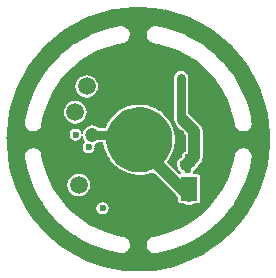
<source format=gbl>
G04 Layer_Physical_Order=2*
G04 Layer_Color=16711680*
%FSAX44Y44*%
%MOMM*%
G71*
G01*
G75*
%ADD10C,0.3000*%
%ADD21C,0.7620*%
%ADD24C,1.0160*%
%ADD25C,1.5000*%
%ADD26C,0.6000*%
%ADD27C,1.0000*%
%ADD28C,1.2000*%
%ADD29C,0.8000*%
%ADD30R,1.4000X2.0750*%
G36*
X00789331Y00866145D02*
X00797990Y00864781D01*
X00806516Y00862740D01*
X00814856Y00860037D01*
X00822957Y00856687D01*
X00830770Y00852711D01*
X00838248Y00848135D01*
X00845343Y00842986D01*
X00852011Y00837295D01*
X00858213Y00831099D01*
X00863909Y00824435D01*
X00869064Y00817344D01*
X00873647Y00809871D01*
X00877629Y00802060D01*
X00880985Y00793962D01*
X00883696Y00785625D01*
X00885743Y00777101D01*
X00887116Y00768442D01*
X00887804Y00759702D01*
X00887804Y00755619D01*
X00887804Y00750687D01*
X00887116Y00741947D01*
X00885743Y00733288D01*
X00883696Y00724764D01*
X00880985Y00716427D01*
X00877629Y00708329D01*
X00873647Y00700518D01*
X00869064Y00693045D01*
X00863909Y00685954D01*
X00858213Y00679290D01*
X00852011Y00673094D01*
X00845343Y00667403D01*
X00838248Y00662254D01*
X00830770Y00657678D01*
X00822957Y00653702D01*
X00814856Y00650352D01*
X00806516Y00647649D01*
X00797990Y00645608D01*
X00789331Y00644243D01*
X00780591Y00643562D01*
X00776207Y00643566D01*
X00776207Y00643566D01*
X00772059Y00643570D01*
X00763786Y00644193D01*
X00755583Y00645429D01*
X00747494Y00647272D01*
X00739564Y00649710D01*
X00731837Y00652731D01*
X00724356Y00656317D01*
X00717162Y00660450D01*
X00710295Y00665105D01*
X00703793Y00670258D01*
X00697692Y00675880D01*
X00692026Y00681939D01*
X00689425Y00685171D01*
X00689425Y00685171D01*
X00689425Y00685171D01*
X00686461Y00688855D01*
X00681177Y00696700D01*
X00676576Y00704964D01*
X00672692Y00713588D01*
X00669551Y00722510D01*
X00667178Y00731665D01*
X00665588Y00740989D01*
X00664793Y00750414D01*
X00664796Y00755194D01*
X00664793Y00759975D01*
X00665588Y00769400D01*
X00667178Y00778724D01*
X00669551Y00787879D01*
X00672692Y00796801D01*
X00676576Y00805425D01*
X00681177Y00813689D01*
X00686461Y00821534D01*
X00689425Y00825218D01*
X00692026Y00828450D01*
X00697692Y00834510D01*
X00703793Y00840131D01*
X00710295Y00845284D01*
X00717162Y00849939D01*
X00724356Y00854072D01*
X00731837Y00857658D01*
X00739564Y00860679D01*
X00747494Y00863117D01*
X00755583Y00864960D01*
X00763786Y00866196D01*
X00772059Y00866819D01*
X00775679Y00866822D01*
X00775679Y00866822D01*
X00776207Y00866823D01*
X00780591Y00866826D01*
X00789331Y00866145D01*
X00789331Y00866145D02*
G37*
%LPC*%
G36*
X00725750Y00726332D02*
X00723270Y00726005D01*
X00720959Y00725048D01*
X00718975Y00723525D01*
X00717452Y00721541D01*
X00716495Y00719230D01*
X00716168Y00716750D01*
X00716495Y00714270D01*
X00717452Y00711959D01*
X00718975Y00709975D01*
X00720959Y00708452D01*
X00723270Y00707495D01*
X00725750Y00707168D01*
X00728230Y00707495D01*
X00730541Y00708452D01*
X00732525Y00709975D01*
X00734048Y00711959D01*
X00735005Y00714270D01*
X00735332Y00716750D01*
X00735005Y00719230D01*
X00734048Y00721541D01*
X00732525Y00723525D01*
X00730541Y00725048D01*
X00728230Y00726005D01*
X00725750Y00726332D01*
X00725750Y00726332D02*
G37*
G36*
X00812500Y00813274D02*
X00810233Y00812823D01*
X00808311Y00811539D01*
X00807027Y00809617D01*
X00806576Y00807350D01*
X00806576Y00800450D01*
X00806576Y00793550D01*
X00806576Y00786650D01*
X00806576Y00779750D01*
X00806576Y00773500D01*
X00806865Y00772047D01*
X00806859Y00772000D01*
X00807102Y00770152D01*
X00807816Y00768429D01*
X00808951Y00766951D01*
X00816609Y00759292D01*
X00816609Y00744821D01*
X00816049Y00744710D01*
X00814395Y00743605D01*
X00813290Y00741951D01*
X00812902Y00740000D01*
X00812049Y00739460D01*
X00810395Y00738355D01*
X00809290Y00736701D01*
X00808902Y00734750D01*
X00809290Y00732799D01*
X00809450Y00732560D01*
X00809602Y00731402D01*
X00810316Y00729679D01*
X00811451Y00728201D01*
X00812612Y00727309D01*
X00812261Y00726078D01*
X00812237Y00726037D01*
X00811470Y00725884D01*
X00810867Y00725482D01*
X00800344Y00736005D01*
X00802288Y00738537D01*
X00802347Y00738658D01*
X00802436Y00738759D01*
X00804236Y00741877D01*
X00804279Y00742004D01*
X00804354Y00742116D01*
X00805732Y00745442D01*
X00805758Y00745574D01*
X00805817Y00745695D01*
X00806749Y00749172D01*
X00806758Y00749307D01*
X00806801Y00749434D01*
X00807271Y00753003D01*
X00807262Y00753138D01*
X00807289Y00753270D01*
X00807289Y00755070D01*
X00807289Y00756870D01*
X00807262Y00757002D01*
X00807271Y00757136D01*
X00806801Y00760705D01*
X00806758Y00760833D01*
X00806749Y00760967D01*
X00805818Y00764445D01*
X00805758Y00764566D01*
X00805732Y00764697D01*
X00804354Y00768024D01*
X00804279Y00768136D01*
X00804236Y00768263D01*
X00802436Y00771381D01*
X00802347Y00771482D01*
X00802288Y00771603D01*
X00800096Y00774459D01*
X00799995Y00774548D01*
X00799920Y00774660D01*
X00797375Y00777205D01*
X00797263Y00777280D01*
X00797174Y00777381D01*
X00794318Y00779573D01*
X00794197Y00779632D01*
X00794096Y00779721D01*
X00790978Y00781521D01*
X00790851Y00781565D01*
X00790739Y00781639D01*
X00787413Y00783017D01*
X00787281Y00783043D01*
X00787160Y00783103D01*
X00783682Y00784035D01*
X00783548Y00784044D01*
X00783421Y00784087D01*
X00779851Y00784557D01*
X00779717Y00784548D01*
X00779585Y00784574D01*
X00777812Y00784574D01*
X00775985Y00784623D01*
X00775853Y00784600D01*
X00775719Y00784612D01*
X00772030Y00784226D01*
X00771901Y00784186D01*
X00771767Y00784181D01*
X00768160Y00783316D01*
X00768038Y00783260D01*
X00767905Y00783237D01*
X00764442Y00781909D01*
X00764328Y00781837D01*
X00764200Y00781797D01*
X00760939Y00780029D01*
X00760836Y00779942D01*
X00760714Y00779886D01*
X00757712Y00777707D01*
X00757621Y00777608D01*
X00757507Y00777537D01*
X00754816Y00774984D01*
X00754738Y00774874D01*
X00754635Y00774789D01*
X00752300Y00771907D01*
X00752237Y00771788D01*
X00752145Y00771689D01*
X00750207Y00768527D01*
X00750160Y00768401D01*
X00750082Y00768291D01*
X00748674Y00765130D01*
X00742783Y00765130D01*
X00741396Y00766194D01*
X00739450Y00767000D01*
X00737362Y00767275D01*
X00735274Y00767000D01*
X00733327Y00766194D01*
X00731656Y00764912D01*
X00730374Y00763241D01*
X00729568Y00761294D01*
X00729436Y00760291D01*
X00728149Y00760249D01*
X00727960Y00761201D01*
X00726855Y00762855D01*
X00725201Y00763960D01*
X00723250Y00764348D01*
X00721299Y00763960D01*
X00719645Y00762855D01*
X00718540Y00761201D01*
X00718152Y00759250D01*
X00718540Y00757299D01*
X00719645Y00755645D01*
X00721299Y00754540D01*
X00723250Y00754152D01*
X00725201Y00754540D01*
X00726855Y00755645D01*
X00727960Y00757299D01*
X00728142Y00758216D01*
X00729429Y00758174D01*
X00729568Y00757118D01*
X00730374Y00755172D01*
X00731247Y00754034D01*
X00731147Y00752440D01*
X00730645Y00752105D01*
X00729540Y00750451D01*
X00729152Y00748500D01*
X00729540Y00746549D01*
X00730645Y00744895D01*
X00732299Y00743790D01*
X00734250Y00743402D01*
X00736201Y00743790D01*
X00737855Y00744895D01*
X00738960Y00746549D01*
X00739348Y00748500D01*
X00739034Y00750076D01*
X00739292Y00750903D01*
X00739760Y00751540D01*
X00741396Y00752218D01*
X00742783Y00753282D01*
X00745652Y00753282D01*
X00746791Y00752826D01*
X00747380Y00749173D01*
X00747427Y00749047D01*
X00747440Y00748913D01*
X00748501Y00745368D01*
X00748564Y00745249D01*
X00748594Y00745118D01*
X00750108Y00741742D01*
X00750186Y00741633D01*
X00750233Y00741507D01*
X00752176Y00738357D01*
X00752267Y00738259D01*
X00752330Y00738140D01*
X00754667Y00735271D01*
X00754771Y00735185D01*
X00754849Y00735076D01*
X00757540Y00732536D01*
X00757654Y00732465D01*
X00757746Y00732366D01*
X00760745Y00730200D01*
X00760868Y00730144D01*
X00760971Y00730058D01*
X00764228Y00728302D01*
X00764357Y00728263D01*
X00764471Y00728191D01*
X00767929Y00726875D01*
X00768062Y00726853D01*
X00768184Y00726797D01*
X00771784Y00725943D01*
X00771919Y00725938D01*
X00772047Y00725899D01*
X00775728Y00725523D01*
X00775862Y00725536D01*
X00775995Y00725513D01*
X00777814Y00725566D01*
X00779585Y00725566D01*
X00779717Y00725592D01*
X00779851Y00725583D01*
X00783421Y00726053D01*
X00783548Y00726097D01*
X00783682Y00726105D01*
X00787160Y00727037D01*
X00787281Y00727097D01*
X00787412Y00727123D01*
X00788555Y00727596D01*
X00789743Y00726408D01*
X00790025Y00726459D01*
X00808250Y00708234D01*
X00808250Y00707901D01*
X00810211Y00705940D01*
X00810211Y00703250D01*
X00810366Y00702470D01*
X00810808Y00701808D01*
X00811470Y00701366D01*
X00812250Y00701211D01*
X00815164Y00701211D01*
X00815679Y00700816D01*
X00817402Y00700102D01*
X00819250Y00699859D01*
X00821098Y00700102D01*
X00822821Y00700816D01*
X00823335Y00701211D01*
X00826250Y00701211D01*
X00827030Y00701366D01*
X00827692Y00701808D01*
X00828134Y00702470D01*
X00828289Y00703250D01*
X00828289Y00724000D01*
X00828134Y00724780D01*
X00827692Y00725442D01*
X00827030Y00725884D01*
X00826250Y00726039D01*
X00823215Y00726039D01*
X00822616Y00727159D01*
X00822710Y00727299D01*
X00823098Y00729250D01*
X00823951Y00730040D01*
X00825605Y00731145D01*
X00826710Y00732799D01*
X00826849Y00733500D01*
X00828799Y00735450D01*
X00828800Y00735451D01*
X00829934Y00736929D01*
X00830648Y00738652D01*
X00830891Y00740500D01*
X00830891Y00740500D01*
X00830891Y00762250D01*
X00830891Y00762250D01*
X00830648Y00764098D01*
X00829934Y00765820D01*
X00828800Y00767299D01*
X00828799Y00767300D01*
X00819050Y00777049D01*
X00818424Y00777530D01*
X00818424Y00786650D01*
X00818424Y00793550D01*
X00818424Y00800450D01*
X00818424Y00807350D01*
X00817973Y00809617D01*
X00816689Y00811539D01*
X00814767Y00812823D01*
X00812500Y00813274D01*
X00812500Y00813274D02*
G37*
G36*
X00746000Y00702098D02*
X00744049Y00701710D01*
X00742395Y00700605D01*
X00741290Y00698951D01*
X00740902Y00697000D01*
X00741290Y00695049D01*
X00742395Y00693395D01*
X00744049Y00692290D01*
X00746000Y00691902D01*
X00747951Y00692290D01*
X00749605Y00693395D01*
X00750710Y00695049D01*
X00751098Y00697000D01*
X00750710Y00698951D01*
X00749605Y00700605D01*
X00747951Y00701710D01*
X00746000Y00702098D01*
X00746000Y00702098D02*
G37*
G36*
X00687122Y00747876D02*
X00685193Y00747539D01*
X00684827Y00747397D01*
X00684462Y00747258D01*
X00682803Y00746219D01*
X00682517Y00745950D01*
X00682231Y00745683D01*
X00681087Y00744095D01*
X00680924Y00743739D01*
X00680759Y00743383D01*
X00680298Y00741480D01*
X00680282Y00741090D01*
X00680264Y00740698D01*
X00680409Y00739730D01*
X00680412Y00739721D01*
X00680412Y00739712D01*
X00680996Y00736028D01*
X00681024Y00735952D01*
X00681028Y00735871D01*
X00682772Y00728617D01*
X00682806Y00728544D01*
X00682815Y00728464D01*
X00685123Y00721369D01*
X00685162Y00721298D01*
X00685178Y00721219D01*
X00688035Y00714327D01*
X00688080Y00714260D01*
X00688102Y00714182D01*
X00691490Y00707535D01*
X00691540Y00707471D01*
X00691568Y00707395D01*
X00695467Y00701035D01*
X00695522Y00700975D01*
X00695556Y00700902D01*
X00699942Y00694866D01*
X00700002Y00694811D01*
X00700041Y00694741D01*
X00704887Y00689068D01*
X00704950Y00689018D01*
X00704995Y00688951D01*
X00710271Y00683675D01*
X00710338Y00683630D01*
X00710388Y00683567D01*
X00716061Y00678721D01*
X00716132Y00678681D01*
X00716187Y00678622D01*
X00722222Y00674236D01*
X00722295Y00674202D01*
X00722355Y00674147D01*
X00728715Y00670248D01*
X00728791Y00670220D01*
X00728855Y00670170D01*
X00735502Y00666782D01*
X00735580Y00666760D01*
X00735647Y00666715D01*
X00742539Y00663858D01*
X00742618Y00663842D01*
X00742689Y00663803D01*
X00749783Y00661495D01*
X00749864Y00661486D01*
X00749938Y00661452D01*
X00757191Y00659708D01*
X00757272Y00659705D01*
X00757348Y00659676D01*
X00761032Y00659091D01*
X00761041Y00659092D01*
X00761050Y00659089D01*
X00762018Y00658944D01*
X00762410Y00658962D01*
X00762800Y00658978D01*
X00764703Y00659439D01*
X00765058Y00659604D01*
X00765415Y00659767D01*
X00767003Y00660911D01*
X00767269Y00661196D01*
X00767539Y00661483D01*
X00768578Y00663142D01*
X00768717Y00663507D01*
X00768859Y00663873D01*
X00769196Y00665801D01*
X00769187Y00666194D01*
X00769181Y00666585D01*
X00768766Y00668498D01*
X00768610Y00668857D01*
X00768456Y00669218D01*
X00767350Y00670833D01*
X00767070Y00671107D01*
X00766792Y00671383D01*
X00765159Y00672462D01*
X00764796Y00672610D01*
X00764434Y00672761D01*
X00764062Y00672835D01*
X00764010Y00672876D01*
X00763726Y00672956D01*
X00763452Y00673065D01*
X00759149Y00673857D01*
X00750723Y00676105D01*
X00742603Y00679213D01*
X00734853Y00683153D01*
X00727558Y00687883D01*
X00720799Y00693350D01*
X00714648Y00699495D01*
X00709174Y00706249D01*
X00704438Y00713540D01*
X00700490Y00721286D01*
X00697375Y00729403D01*
X00695119Y00737827D01*
X00694323Y00742129D01*
X00694232Y00742356D01*
X00694081Y00743114D01*
X00693930Y00743477D01*
X00693782Y00743839D01*
X00692703Y00745472D01*
X00692428Y00745749D01*
X00692153Y00746030D01*
X00690538Y00747136D01*
X00690177Y00747290D01*
X00689818Y00747446D01*
X00687905Y00747860D01*
X00687516Y00747867D01*
X00687122Y00747876D01*
X00687122Y00747876D02*
G37*
G36*
X00865378Y00747876D02*
X00864986Y00747867D01*
X00864595Y00747860D01*
X00862682Y00747446D01*
X00862323Y00747290D01*
X00861962Y00747136D01*
X00860347Y00746030D01*
X00860073Y00745750D01*
X00859797Y00745472D01*
X00858718Y00743839D01*
X00858570Y00743476D01*
X00858419Y00743114D01*
X00858307Y00742551D01*
X00858298Y00742538D01*
X00858257Y00742328D01*
X00858177Y00742129D01*
X00857381Y00737827D01*
X00855125Y00729403D01*
X00852010Y00721286D01*
X00850747Y00718808D01*
X00848062Y00713540D01*
X00843326Y00706249D01*
X00837852Y00699495D01*
X00831701Y00693350D01*
X00824942Y00687883D01*
X00817646Y00683153D01*
X00812641Y00680608D01*
X00812641Y00680608D01*
X00809897Y00679213D01*
X00801777Y00676105D01*
X00793351Y00673857D01*
X00789048Y00673065D01*
X00788773Y00672956D01*
X00788489Y00672876D01*
X00788438Y00672835D01*
X00788066Y00672761D01*
X00787703Y00672610D01*
X00787341Y00672462D01*
X00785708Y00671383D01*
X00785431Y00671108D01*
X00785150Y00670833D01*
X00784044Y00669218D01*
X00783890Y00668857D01*
X00783734Y00668498D01*
X00783319Y00666585D01*
X00783313Y00666196D01*
X00783304Y00665801D01*
X00783641Y00663873D01*
X00783783Y00663507D01*
X00783922Y00663142D01*
X00784961Y00661483D01*
X00785230Y00661198D01*
X00785497Y00660911D01*
X00787085Y00659767D01*
X00787441Y00659604D01*
X00787797Y00659439D01*
X00789700Y00658978D01*
X00790090Y00658962D01*
X00790482Y00658944D01*
X00791450Y00659089D01*
X00791459Y00659092D01*
X00791468Y00659091D01*
X00795152Y00659676D01*
X00795228Y00659705D01*
X00795309Y00659708D01*
X00802562Y00661452D01*
X00802636Y00661486D01*
X00802717Y00661495D01*
X00809811Y00663803D01*
X00809882Y00663842D01*
X00809961Y00663858D01*
X00816853Y00666715D01*
X00816920Y00666760D01*
X00816998Y00666782D01*
X00823645Y00670170D01*
X00823709Y00670220D01*
X00823785Y00670248D01*
X00830145Y00674147D01*
X00830205Y00674202D01*
X00830278Y00674236D01*
X00836313Y00678622D01*
X00836368Y00678681D01*
X00836439Y00678721D01*
X00842112Y00683567D01*
X00842162Y00683630D01*
X00842229Y00683675D01*
X00847505Y00688951D01*
X00847550Y00689018D01*
X00847613Y00689068D01*
X00852459Y00694741D01*
X00852498Y00694811D01*
X00852558Y00694866D01*
X00856944Y00700902D01*
X00856978Y00700975D01*
X00857033Y00701035D01*
X00860932Y00707395D01*
X00860960Y00707471D01*
X00861010Y00707535D01*
X00864398Y00714182D01*
X00864420Y00714260D01*
X00864465Y00714327D01*
X00867322Y00721219D01*
X00867338Y00721298D01*
X00867377Y00721369D01*
X00869685Y00728464D01*
X00869694Y00728544D01*
X00869728Y00728617D01*
X00871472Y00735871D01*
X00871476Y00735952D01*
X00871504Y00736028D01*
X00872089Y00739712D01*
X00872088Y00739721D01*
X00872091Y00739730D01*
X00872236Y00740698D01*
X00872218Y00741090D01*
X00872202Y00741480D01*
X00871741Y00743383D01*
X00871576Y00743738D01*
X00871413Y00744095D01*
X00870269Y00745683D01*
X00869984Y00745949D01*
X00869697Y00746219D01*
X00868038Y00747258D01*
X00867673Y00747397D01*
X00867307Y00747539D01*
X00865378Y00747876D01*
X00865378Y00747876D02*
G37*
G36*
X00850736Y00755814D02*
X00850736Y00754576D01*
X00851029Y00755176D01*
X00851058Y00755194D01*
X00851029Y00755212D01*
X00850736Y00755814D01*
X00850736Y00755814D02*
G37*
G36*
X00732536Y00809682D02*
X00730056Y00809355D01*
X00727745Y00808398D01*
X00725760Y00806875D01*
X00724238Y00804891D01*
X00723280Y00802580D01*
X00722954Y00800100D01*
X00723280Y00797620D01*
X00724238Y00795309D01*
X00725760Y00793325D01*
X00727745Y00791802D01*
X00730056Y00790844D01*
X00732536Y00790518D01*
X00735016Y00790844D01*
X00737327Y00791802D01*
X00739312Y00793325D01*
X00740834Y00795309D01*
X00741792Y00797620D01*
X00742118Y00800100D01*
X00741792Y00802580D01*
X00740834Y00804891D01*
X00739312Y00806875D01*
X00737327Y00808398D01*
X00735016Y00809355D01*
X00732536Y00809682D01*
X00732536Y00809682D02*
G37*
G36*
X00776448Y00829975D02*
X00776409Y00829884D01*
X00776381Y00829884D01*
X00776543Y00829884D01*
X00776540Y00829885D01*
X00776448Y00829975D01*
X00776448Y00829975D02*
G37*
G36*
X00762018Y00851056D02*
X00761050Y00850911D01*
X00761041Y00850908D01*
X00761032Y00850909D01*
X00757348Y00850323D01*
X00757272Y00850295D01*
X00757191Y00850292D01*
X00749938Y00848548D01*
X00749864Y00848514D01*
X00749783Y00848505D01*
X00742689Y00846197D01*
X00742618Y00846158D01*
X00742539Y00846142D01*
X00735647Y00843285D01*
X00735580Y00843240D01*
X00735502Y00843218D01*
X00728855Y00839830D01*
X00728791Y00839780D01*
X00728715Y00839752D01*
X00722355Y00835853D01*
X00722295Y00835798D01*
X00722222Y00835764D01*
X00716187Y00831378D01*
X00716132Y00831318D01*
X00716061Y00831279D01*
X00710388Y00826433D01*
X00710338Y00826370D01*
X00710271Y00826325D01*
X00704995Y00821049D01*
X00704950Y00820982D01*
X00704887Y00820932D01*
X00700041Y00815259D01*
X00700002Y00815188D01*
X00699942Y00815133D01*
X00695556Y00809098D01*
X00695522Y00809025D01*
X00695467Y00808965D01*
X00691568Y00802605D01*
X00691540Y00802529D01*
X00691490Y00802465D01*
X00688102Y00795818D01*
X00688080Y00795740D01*
X00688035Y00795673D01*
X00685178Y00788781D01*
X00685162Y00788702D01*
X00685123Y00788631D01*
X00682815Y00781536D01*
X00682806Y00781456D01*
X00682772Y00781382D01*
X00681028Y00774129D01*
X00681024Y00774048D01*
X00680996Y00773972D01*
X00680412Y00770288D01*
X00680412Y00770279D01*
X00680409Y00770270D01*
X00680264Y00769302D01*
X00680282Y00768910D01*
X00680298Y00768520D01*
X00680759Y00766617D01*
X00680924Y00766262D01*
X00681087Y00765905D01*
X00682231Y00764317D01*
X00682516Y00764051D01*
X00682803Y00763781D01*
X00684462Y00762742D01*
X00684827Y00762603D01*
X00685193Y00762461D01*
X00687122Y00762124D01*
X00687514Y00762133D01*
X00687905Y00762139D01*
X00689818Y00762554D01*
X00690177Y00762710D01*
X00690538Y00762864D01*
X00692153Y00763970D01*
X00692427Y00764250D01*
X00692703Y00764528D01*
X00693782Y00766161D01*
X00693930Y00766524D01*
X00694081Y00766886D01*
X00694232Y00767644D01*
X00694323Y00767871D01*
X00695119Y00772173D01*
X00697375Y00780597D01*
X00700490Y00788714D01*
X00704438Y00796460D01*
X00709174Y00803751D01*
X00710393Y00805254D01*
X00714648Y00810505D01*
X00714648Y00810505D01*
X00720799Y00816650D01*
X00727558Y00822117D01*
X00734853Y00826847D01*
X00740828Y00829884D01*
X00740828Y00829884D01*
X00742603Y00830787D01*
X00750723Y00833895D01*
X00759149Y00836143D01*
X00763452Y00836935D01*
X00763652Y00837014D01*
X00763863Y00837056D01*
X00763932Y00837102D01*
X00764011Y00837124D01*
X00764062Y00837165D01*
X00764434Y00837239D01*
X00764797Y00837390D01*
X00765159Y00837538D01*
X00766792Y00838617D01*
X00767069Y00838892D01*
X00767350Y00839167D01*
X00768456Y00840782D01*
X00768610Y00841143D01*
X00768766Y00841502D01*
X00769181Y00843415D01*
X00769187Y00843804D01*
X00769196Y00844198D01*
X00768859Y00846127D01*
X00768717Y00846493D01*
X00768578Y00846858D01*
X00767539Y00848517D01*
X00767270Y00848802D01*
X00767003Y00849089D01*
X00765415Y00850233D01*
X00765059Y00850396D01*
X00764703Y00850561D01*
X00762800Y00851022D01*
X00762410Y00851038D01*
X00762018Y00851056D01*
X00762018Y00851056D02*
G37*
G36*
X00723000Y00787832D02*
X00720520Y00787505D01*
X00718209Y00786548D01*
X00716225Y00785025D01*
X00714702Y00783041D01*
X00713745Y00780730D01*
X00713418Y00778250D01*
X00713745Y00775770D01*
X00714702Y00773459D01*
X00716225Y00771475D01*
X00718209Y00769952D01*
X00720520Y00768995D01*
X00723000Y00768668D01*
X00725480Y00768995D01*
X00727791Y00769952D01*
X00729775Y00771475D01*
X00731298Y00773459D01*
X00732255Y00775770D01*
X00732582Y00778250D01*
X00732255Y00780730D01*
X00731298Y00783041D01*
X00729775Y00785025D01*
X00727791Y00786548D01*
X00725480Y00787505D01*
X00723000Y00787832D01*
X00723000Y00787832D02*
G37*
G36*
X00701765Y00755759D02*
X00701764Y00755742D01*
X00701495Y00755191D01*
X00701765Y00754629D01*
X00701765Y00755759D01*
X00701765Y00755759D02*
G37*
G36*
X00790482Y00851056D02*
X00790090Y00851038D01*
X00789700Y00851022D01*
X00787797Y00850561D01*
X00787442Y00850396D01*
X00787085Y00850233D01*
X00785497Y00849089D01*
X00785231Y00848804D01*
X00784961Y00848517D01*
X00783922Y00846858D01*
X00783783Y00846493D01*
X00783641Y00846127D01*
X00783304Y00844198D01*
X00783313Y00843806D01*
X00783319Y00843415D01*
X00783734Y00841502D01*
X00783890Y00841143D01*
X00784044Y00840782D01*
X00785150Y00839167D01*
X00785430Y00838893D01*
X00785708Y00838617D01*
X00787341Y00837538D01*
X00787704Y00837390D01*
X00788066Y00837239D01*
X00788438Y00837165D01*
X00788489Y00837124D01*
X00788773Y00837044D01*
X00789048Y00836935D01*
X00793351Y00836143D01*
X00801777Y00833895D01*
X00809897Y00830787D01*
X00817647Y00826847D01*
X00824942Y00822117D01*
X00831701Y00816650D01*
X00837852Y00810505D01*
X00842107Y00805254D01*
X00843326Y00803751D01*
X00844463Y00802000D01*
X00844463Y00802000D01*
X00844500Y00802000D01*
X00844515Y00801920D01*
X00848062Y00796460D01*
X00852010Y00788714D01*
X00855125Y00780597D01*
X00857381Y00772173D01*
X00858177Y00767871D01*
X00858257Y00767672D01*
X00858298Y00767462D01*
X00858307Y00767449D01*
X00858419Y00766886D01*
X00858570Y00766523D01*
X00858718Y00766161D01*
X00859797Y00764528D01*
X00860072Y00764251D01*
X00860347Y00763970D01*
X00861962Y00762864D01*
X00862323Y00762710D01*
X00862682Y00762554D01*
X00864595Y00762139D01*
X00864984Y00762133D01*
X00865378Y00762124D01*
X00867307Y00762461D01*
X00867673Y00762603D01*
X00868038Y00762742D01*
X00869697Y00763781D01*
X00869983Y00764050D01*
X00870269Y00764317D01*
X00871413Y00765905D01*
X00871575Y00766261D01*
X00871741Y00766617D01*
X00872202Y00768520D01*
X00872218Y00768910D01*
X00872236Y00769302D01*
X00872091Y00770270D01*
X00872088Y00770279D01*
X00872089Y00770288D01*
X00871504Y00773972D01*
X00871476Y00774048D01*
X00871472Y00774129D01*
X00869728Y00781382D01*
X00869694Y00781456D01*
X00869685Y00781536D01*
X00867377Y00788631D01*
X00867338Y00788702D01*
X00867322Y00788781D01*
X00864465Y00795673D01*
X00864420Y00795740D01*
X00864398Y00795818D01*
X00861010Y00802465D01*
X00860960Y00802529D01*
X00860932Y00802605D01*
X00857033Y00808965D01*
X00856978Y00809025D01*
X00856944Y00809098D01*
X00852558Y00815133D01*
X00852498Y00815188D01*
X00852459Y00815259D01*
X00847613Y00820932D01*
X00847550Y00820982D01*
X00847505Y00821049D01*
X00842229Y00826325D01*
X00842162Y00826370D01*
X00842112Y00826433D01*
X00836439Y00831279D01*
X00836368Y00831318D01*
X00836313Y00831378D01*
X00830278Y00835764D01*
X00830205Y00835798D01*
X00830145Y00835853D01*
X00823785Y00839752D01*
X00823709Y00839780D01*
X00823645Y00839830D01*
X00816998Y00843218D01*
X00816920Y00843240D01*
X00816853Y00843285D01*
X00809961Y00846142D01*
X00809882Y00846158D01*
X00809811Y00846197D01*
X00802717Y00848505D01*
X00802636Y00848514D01*
X00802562Y00848548D01*
X00795309Y00850292D01*
X00795228Y00850295D01*
X00795152Y00850323D01*
X00791468Y00850909D01*
X00791459Y00850908D01*
X00791450Y00850911D01*
X00790482Y00851056D01*
X00790482Y00851056D02*
G37*
%LPD*%
G36*
X00777785Y00782535D02*
X00779585Y00782535D01*
X00783155Y00782065D01*
X00786632Y00781133D01*
X00789958Y00779755D01*
X00793076Y00777955D01*
X00795933Y00775763D01*
X00798478Y00773218D01*
X00800670Y00770361D01*
X00802470Y00767243D01*
X00803848Y00763917D01*
X00804780Y00760439D01*
X00805249Y00756870D01*
X00805249Y00755070D01*
X00805249Y00753270D01*
X00804780Y00749700D01*
X00803848Y00746223D01*
X00802470Y00742896D01*
X00800670Y00739779D01*
X00798478Y00736922D01*
X00795932Y00734377D01*
X00793076Y00732185D01*
X00789958Y00730385D01*
X00786632Y00729007D01*
X00783155Y00728075D01*
X00779585Y00727605D01*
X00777785Y00727605D01*
X00777785Y00727605D01*
X00775936Y00727551D01*
X00772255Y00727928D01*
X00768654Y00728781D01*
X00765196Y00730097D01*
X00761939Y00731853D01*
X00758940Y00734019D01*
X00756248Y00736559D01*
X00753911Y00739428D01*
X00751969Y00742577D01*
X00750454Y00745953D01*
X00749393Y00749498D01*
X00748804Y00753151D01*
X00748750Y00755000D01*
X00748799Y00756854D01*
X00749380Y00760517D01*
X00750435Y00764073D01*
X00751945Y00767461D01*
X00753884Y00770623D01*
X00756219Y00773505D01*
X00758910Y00776057D01*
X00761912Y00778236D01*
X00765172Y00780005D01*
X00768635Y00781333D01*
X00772242Y00782198D01*
X00775931Y00782584D01*
X00777785Y00782535D01*
X00777785Y00782535D02*
G37*
D10*
X00886301Y00756044D02*
G03*
X00666301Y00756044I-00110000J00000000D01*
G01*
D21*
X00737362Y00759206D02*
X00755206Y00759206D01*
X00812500Y00773500D02*
X00814000Y00772000D01*
X00812500Y00793550D02*
X00812500Y00800450D01*
X00812500Y00807350D01*
X00812500Y00793550D02*
X00812500Y00786650D01*
X00812500Y00779750D01*
X00812500Y00773500D01*
D24*
X00778000Y00739250D02*
X00787000Y00739250D01*
X00819250Y00707000D01*
X00816500Y00733250D02*
X00823750Y00740500D01*
X00823750Y00762250D01*
X00814000Y00772000D01*
D25*
X00725750Y00716750D02*
D03*
X00723000Y00778250D02*
D03*
X00732536Y00800100D02*
D03*
D26*
X00725213Y00694176D02*
D03*
X00736550Y00686238D02*
D03*
X00715426Y00703963D02*
D03*
X00748703Y00680550D02*
D03*
X00762462Y00676806D02*
D03*
X00775512Y00675194D02*
D03*
X00790038Y00676806D02*
D03*
X00803064Y00681328D02*
D03*
X00815950Y00686238D02*
D03*
X00827287Y00694176D02*
D03*
X00837074Y00703963D02*
D03*
X00850862Y00727844D02*
D03*
X00854444Y00741212D02*
D03*
X00855650Y00755194D02*
D03*
X00846250Y00758500D02*
D03*
X00839750Y00758500D02*
D03*
X00846250Y00749000D02*
D03*
X00854444Y00768788D02*
D03*
X00850862Y00782156D02*
D03*
X00844738Y00794968D02*
D03*
X00827287Y00815824D02*
D03*
X00815608Y00824048D02*
D03*
X00837074Y00806037D02*
D03*
X00790038Y00833194D02*
D03*
X00812500Y00807350D02*
D03*
X00812500Y00800450D02*
D03*
X00812500Y00793550D02*
D03*
X00812500Y00786650D02*
D03*
X00812500Y00779750D02*
D03*
X00812500Y00760500D02*
D03*
X00814000Y00734750D02*
D03*
X00822000Y00734750D02*
D03*
X00818000Y00729250D02*
D03*
X00817750Y00719250D02*
D03*
X00818000Y00740000D02*
D03*
X00814250Y00747500D02*
D03*
X00814500Y00754000D02*
D03*
X00833250Y00758500D02*
D03*
X00805750Y00696000D02*
D03*
X00788000Y00709876D02*
D03*
X00784750Y00723000D02*
D03*
X00774750Y00715250D02*
D03*
X00765750Y00723000D02*
D03*
X00764750Y00709750D02*
D03*
X00780000Y00698500D02*
D03*
X00779750Y00687250D02*
D03*
X00746000Y00697000D02*
D03*
X00734250Y00748500D02*
D03*
X00723250Y00759250D02*
D03*
X00698056Y00768788D02*
D03*
X00701638Y00782156D02*
D03*
X00696851Y00755305D02*
D03*
X00698056Y00741212D02*
D03*
X00701638Y00727844D02*
D03*
X00707488Y00715300D02*
D03*
X00715426Y00806037D02*
D03*
X00737371Y00824048D02*
D03*
X00762462Y00833194D02*
D03*
X00725213Y00815824D02*
D03*
X00707488Y00794700D02*
D03*
D27*
X00832488Y00783218D02*
D03*
D28*
X00737362Y00759206D02*
D03*
D29*
X00819250Y00707000D02*
D03*
X00814000Y00772000D02*
D03*
D30*
X00819250Y00713625D02*
D03*
M02*

</source>
